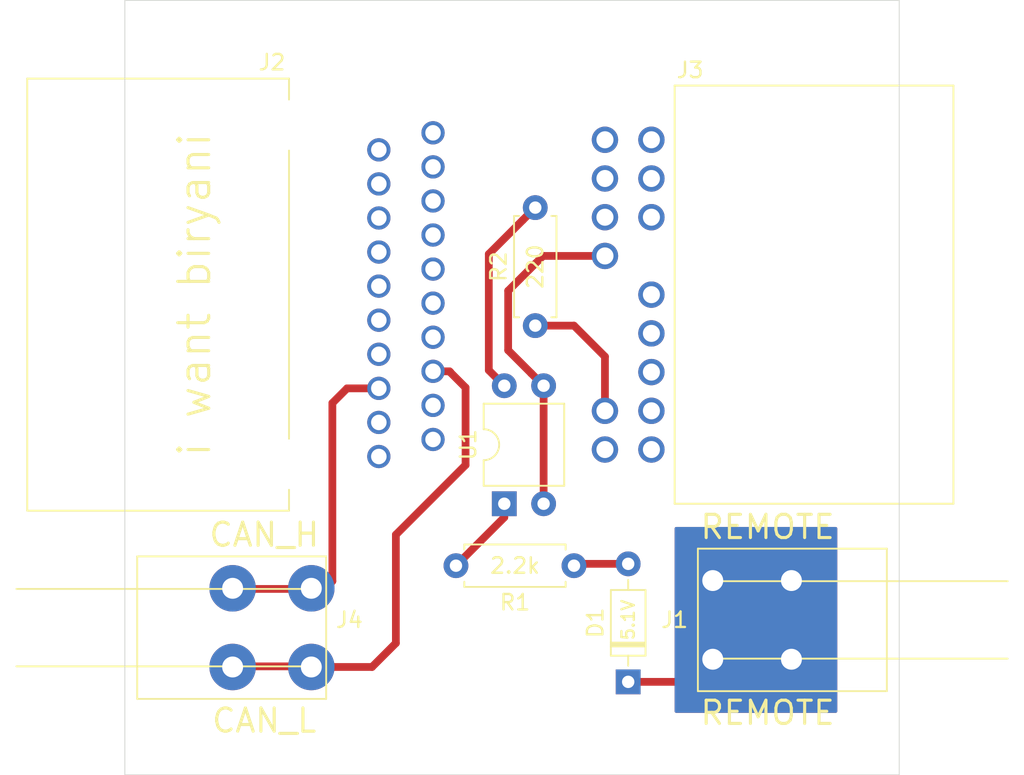
<source format=kicad_pcb>
(kicad_pcb (version 20171130) (host pcbnew 5.1.2)

  (general
    (thickness 1.6)
    (drawings 9)
    (tracks 36)
    (zones 0)
    (modules 10)
    (nets 39)
  )

  (page A4)
  (layers
    (0 F.Cu signal)
    (31 B.Cu signal)
    (32 B.Adhes user)
    (33 F.Adhes user)
    (34 B.Paste user)
    (35 F.Paste user)
    (36 B.SilkS user)
    (37 F.SilkS user)
    (38 B.Mask user)
    (39 F.Mask user)
    (40 Dwgs.User user)
    (41 Cmts.User user)
    (42 Eco1.User user)
    (43 Eco2.User user)
    (44 Edge.Cuts user)
    (45 Margin user)
    (46 B.CrtYd user hide)
    (47 F.CrtYd user hide)
    (48 B.Fab user hide)
    (49 F.Fab user hide)
  )

  (setup
    (last_trace_width 0.5)
    (trace_clearance 0.5)
    (zone_clearance 1)
    (zone_45_only no)
    (trace_min 0.5)
    (via_size 0.8)
    (via_drill 0.4)
    (via_min_size 0.4)
    (via_min_drill 0.3)
    (uvia_size 0.3)
    (uvia_drill 0.1)
    (uvias_allowed no)
    (uvia_min_size 0.2)
    (uvia_min_drill 0.1)
    (edge_width 0.05)
    (segment_width 0.2)
    (pcb_text_width 0.3)
    (pcb_text_size 1.5 1.5)
    (mod_edge_width 0.12)
    (mod_text_size 1 1)
    (mod_text_width 0.15)
    (pad_size 3.2 3.2)
    (pad_drill 3.2)
    (pad_to_mask_clearance 0)
    (solder_mask_min_width 0.25)
    (aux_axis_origin 0 0)
    (visible_elements FFFFFF7F)
    (pcbplotparams
      (layerselection 0x010f0_ffffffff)
      (usegerberextensions true)
      (usegerberattributes false)
      (usegerberadvancedattributes false)
      (creategerberjobfile false)
      (excludeedgelayer true)
      (linewidth 0.100000)
      (plotframeref false)
      (viasonmask false)
      (mode 1)
      (useauxorigin false)
      (hpglpennumber 1)
      (hpglpenspeed 20)
      (hpglpendiameter 15.000000)
      (psnegative false)
      (psa4output false)
      (plotreference true)
      (plotvalue true)
      (plotinvisibletext false)
      (padsonsilk false)
      (subtractmaskfromsilk false)
      (outputformat 1)
      (mirror false)
      (drillshape 0)
      (scaleselection 1)
      (outputdirectory "/tmp/haa-v1.0"))
  )

  (net 0 "")
  (net 1 "Net-(D1-Pad2)")
  (net 2 /REMOTE)
  (net 3 "Net-(J2-Pad11)")
  (net 4 /B_CAN_L)
  (net 5 "Net-(J2-Pad7)")
  (net 6 "Net-(J2-Pad9)")
  (net 7 "Net-(J2-Pad4)")
  (net 8 "Net-(J2-Pad2)")
  (net 9 "Net-(J2-Pad5)")
  (net 10 "Net-(J2-Pad8)")
  (net 11 "Net-(J2-Pad10)")
  (net 12 "Net-(J2-Pad6)")
  (net 13 "Net-(J2-Pad1)")
  (net 14 "Net-(J2-Pad20)")
  (net 15 "Net-(J2-Pad19)")
  (net 16 "Net-(J2-Pad18)")
  (net 17 "Net-(J2-Pad17)")
  (net 18 "Net-(J2-Pad16)")
  (net 19 "Net-(J2-Pad15)")
  (net 20 "Net-(J2-Pad14)")
  (net 21 /B_CAN_H)
  (net 22 "Net-(J2-Pad12)")
  (net 23 "Net-(J3-Pad14)")
  (net 24 "Net-(J3-Pad6)")
  (net 25 /GA_SYS_ON)
  (net 26 "Net-(J3-Pad13)")
  (net 27 "Net-(J3-Pad12)")
  (net 28 "Net-(J3-Pad11)")
  (net 29 GND)
  (net 30 "Net-(J3-Pad3)")
  (net 31 "Net-(J3-Pad2)")
  (net 32 "Net-(J3-Pad1)")
  (net 33 "Net-(J3-Pad7)")
  (net 34 "Net-(J3-Pad8)")
  (net 35 "Net-(J3-Pad9)")
  (net 36 "Net-(J3-Pad10)")
  (net 37 "Net-(R1-Pad2)")
  (net 38 "Net-(R2-Pad2)")

  (net_class Default "This is the default net class."
    (clearance 0.5)
    (trace_width 0.5)
    (via_dia 0.8)
    (via_drill 0.4)
    (uvia_dia 0.3)
    (uvia_drill 0.1)
    (add_net /B_CAN_H)
    (add_net /B_CAN_L)
    (add_net /GA_SYS_ON)
    (add_net /REMOTE)
    (add_net GND)
    (add_net "Net-(D1-Pad2)")
    (add_net "Net-(J2-Pad1)")
    (add_net "Net-(J2-Pad10)")
    (add_net "Net-(J2-Pad11)")
    (add_net "Net-(J2-Pad12)")
    (add_net "Net-(J2-Pad14)")
    (add_net "Net-(J2-Pad15)")
    (add_net "Net-(J2-Pad16)")
    (add_net "Net-(J2-Pad17)")
    (add_net "Net-(J2-Pad18)")
    (add_net "Net-(J2-Pad19)")
    (add_net "Net-(J2-Pad2)")
    (add_net "Net-(J2-Pad20)")
    (add_net "Net-(J2-Pad4)")
    (add_net "Net-(J2-Pad5)")
    (add_net "Net-(J2-Pad6)")
    (add_net "Net-(J2-Pad7)")
    (add_net "Net-(J2-Pad8)")
    (add_net "Net-(J2-Pad9)")
    (add_net "Net-(J3-Pad1)")
    (add_net "Net-(J3-Pad10)")
    (add_net "Net-(J3-Pad11)")
    (add_net "Net-(J3-Pad12)")
    (add_net "Net-(J3-Pad13)")
    (add_net "Net-(J3-Pad14)")
    (add_net "Net-(J3-Pad2)")
    (add_net "Net-(J3-Pad3)")
    (add_net "Net-(J3-Pad6)")
    (add_net "Net-(J3-Pad7)")
    (add_net "Net-(J3-Pad8)")
    (add_net "Net-(J3-Pad9)")
    (add_net "Net-(R1-Pad2)")
    (add_net "Net-(R2-Pad2)")
  )

  (module MountingHole:MountingHole_3.2mm_M3 (layer F.Cu) (tedit 56D1B4CB) (tstamp 5D190264)
    (at 125 145)
    (descr "Mounting Hole 3.2mm, no annular, M3")
    (tags "mounting hole 3.2mm no annular m3")
    (path /5D1A1706)
    (attr virtual)
    (fp_text reference H2 (at 0 -4.2) (layer F.SilkS) hide
      (effects (font (size 1 1) (thickness 0.15)))
    )
    (fp_text value MountingHole (at 0 4.2) (layer F.Fab) hide
      (effects (font (size 1 1) (thickness 0.15)))
    )
    (fp_circle (center 0 0) (end 3.45 0) (layer F.CrtYd) (width 0.05))
    (fp_circle (center 0 0) (end 3.2 0) (layer Cmts.User) (width 0.15))
    (fp_text user %R (at 0.3 0) (layer F.Fab)
      (effects (font (size 1 1) (thickness 0.15)))
    )
    (pad 1 np_thru_hole circle (at 0 0) (size 3.2 3.2) (drill 3.2) (layers *.Cu *.Mask))
  )

  (module MountingHole:MountingHole_3.2mm_M3 (layer F.Cu) (tedit 56D1B4CB) (tstamp 5D19025C)
    (at 125 105)
    (descr "Mounting Hole 3.2mm, no annular, M3")
    (tags "mounting hole 3.2mm no annular m3")
    (path /5D1A0498)
    (attr virtual)
    (fp_text reference H1 (at 0 -4.2) (layer F.SilkS) hide
      (effects (font (size 1 1) (thickness 0.15)))
    )
    (fp_text value MountingHole (at 0 4.2) (layer F.Fab) hide
      (effects (font (size 1 1) (thickness 0.15)))
    )
    (fp_circle (center 0 0) (end 3.45 0) (layer F.CrtYd) (width 0.05))
    (fp_circle (center 0 0) (end 3.2 0) (layer Cmts.User) (width 0.15))
    (fp_text user %R (at 0.3 0) (layer F.Fab)
      (effects (font (size 1 1) (thickness 0.15)))
    )
    (pad 1 np_thru_hole circle (at 0 0) (size 3.2 3.2) (drill 3.2) (layers *.Cu *.Mask))
  )

  (module Package_DIP:DIP-4_W7.62mm (layer F.Cu) (tedit 5A02E8C5) (tstamp 5D18F772)
    (at 124.5 132.5 90)
    (descr "4-lead though-hole mounted DIP package, row spacing 7.62 mm (300 mils)")
    (tags "THT DIP DIL PDIP 2.54mm 7.62mm 300mil")
    (path /5D197F73)
    (fp_text reference U1 (at 3.81 -2.33 90) (layer F.SilkS)
      (effects (font (size 1 1) (thickness 0.15)))
    )
    (fp_text value LTV-817 (at 3.81 4.87 90) (layer F.Fab) hide
      (effects (font (size 1 1) (thickness 0.15)))
    )
    (fp_text user %R (at 3.81 1.27 90) (layer F.Fab)
      (effects (font (size 1 1) (thickness 0.15)))
    )
    (fp_line (start 8.7 -1.55) (end -1.1 -1.55) (layer F.CrtYd) (width 0.05))
    (fp_line (start 8.7 4.1) (end 8.7 -1.55) (layer F.CrtYd) (width 0.05))
    (fp_line (start -1.1 4.1) (end 8.7 4.1) (layer F.CrtYd) (width 0.05))
    (fp_line (start -1.1 -1.55) (end -1.1 4.1) (layer F.CrtYd) (width 0.05))
    (fp_line (start 6.46 -1.33) (end 4.81 -1.33) (layer F.SilkS) (width 0.12))
    (fp_line (start 6.46 3.87) (end 6.46 -1.33) (layer F.SilkS) (width 0.12))
    (fp_line (start 1.16 3.87) (end 6.46 3.87) (layer F.SilkS) (width 0.12))
    (fp_line (start 1.16 -1.33) (end 1.16 3.87) (layer F.SilkS) (width 0.12))
    (fp_line (start 2.81 -1.33) (end 1.16 -1.33) (layer F.SilkS) (width 0.12))
    (fp_line (start 0.635 -0.27) (end 1.635 -1.27) (layer F.Fab) (width 0.1))
    (fp_line (start 0.635 3.81) (end 0.635 -0.27) (layer F.Fab) (width 0.1))
    (fp_line (start 6.985 3.81) (end 0.635 3.81) (layer F.Fab) (width 0.1))
    (fp_line (start 6.985 -1.27) (end 6.985 3.81) (layer F.Fab) (width 0.1))
    (fp_line (start 1.635 -1.27) (end 6.985 -1.27) (layer F.Fab) (width 0.1))
    (fp_arc (start 3.81 -1.33) (end 2.81 -1.33) (angle -180) (layer F.SilkS) (width 0.12))
    (pad 4 thru_hole oval (at 7.62 0 90) (size 1.6 1.6) (drill 0.8) (layers *.Cu *.Mask)
      (net 38 "Net-(R2-Pad2)"))
    (pad 2 thru_hole oval (at 0 2.54 90) (size 1.6 1.6) (drill 0.8) (layers *.Cu *.Mask)
      (net 29 GND))
    (pad 3 thru_hole oval (at 7.62 2.54 90) (size 1.6 1.6) (drill 0.8) (layers *.Cu *.Mask)
      (net 29 GND))
    (pad 1 thru_hole rect (at 0 0 90) (size 1.6 1.6) (drill 0.8) (layers *.Cu *.Mask)
      (net 37 "Net-(R1-Pad2)"))
    (model ${KISYS3DMOD}/Package_DIP.3dshapes/DIP-4_W7.62mm.wrl
      (at (xyz 0 0 0))
      (scale (xyz 1 1 1))
      (rotate (xyz 0 0 0))
    )
  )

  (module Resistor_THT:R_Axial_DIN0207_L6.3mm_D2.5mm_P7.62mm_Horizontal (layer F.Cu) (tedit 5AE5139B) (tstamp 5D1907E7)
    (at 126.5 121 90)
    (descr "Resistor, Axial_DIN0207 series, Axial, Horizontal, pin pitch=7.62mm, 0.25W = 1/4W, length*diameter=6.3*2.5mm^2, http://cdn-reichelt.de/documents/datenblatt/B400/1_4W%23YAG.pdf")
    (tags "Resistor Axial_DIN0207 series Axial Horizontal pin pitch 7.62mm 0.25W = 1/4W length 6.3mm diameter 2.5mm")
    (path /5D197511)
    (fp_text reference R2 (at 3.81 -2.37 90) (layer F.SilkS)
      (effects (font (size 1 1) (thickness 0.15)))
    )
    (fp_text value 220 (at 3.81 0 90) (layer F.SilkS)
      (effects (font (size 1 1) (thickness 0.15)))
    )
    (fp_text user %R (at 3.81 0 90) (layer F.Fab)
      (effects (font (size 1 1) (thickness 0.15)))
    )
    (fp_line (start 8.67 -1.5) (end -1.05 -1.5) (layer F.CrtYd) (width 0.05))
    (fp_line (start 8.67 1.5) (end 8.67 -1.5) (layer F.CrtYd) (width 0.05))
    (fp_line (start -1.05 1.5) (end 8.67 1.5) (layer F.CrtYd) (width 0.05))
    (fp_line (start -1.05 -1.5) (end -1.05 1.5) (layer F.CrtYd) (width 0.05))
    (fp_line (start 7.08 1.37) (end 7.08 1.04) (layer F.SilkS) (width 0.12))
    (fp_line (start 0.54 1.37) (end 7.08 1.37) (layer F.SilkS) (width 0.12))
    (fp_line (start 0.54 1.04) (end 0.54 1.37) (layer F.SilkS) (width 0.12))
    (fp_line (start 7.08 -1.37) (end 7.08 -1.04) (layer F.SilkS) (width 0.12))
    (fp_line (start 0.54 -1.37) (end 7.08 -1.37) (layer F.SilkS) (width 0.12))
    (fp_line (start 0.54 -1.04) (end 0.54 -1.37) (layer F.SilkS) (width 0.12))
    (fp_line (start 7.62 0) (end 6.96 0) (layer F.Fab) (width 0.1))
    (fp_line (start 0 0) (end 0.66 0) (layer F.Fab) (width 0.1))
    (fp_line (start 6.96 -1.25) (end 0.66 -1.25) (layer F.Fab) (width 0.1))
    (fp_line (start 6.96 1.25) (end 6.96 -1.25) (layer F.Fab) (width 0.1))
    (fp_line (start 0.66 1.25) (end 6.96 1.25) (layer F.Fab) (width 0.1))
    (fp_line (start 0.66 -1.25) (end 0.66 1.25) (layer F.Fab) (width 0.1))
    (pad 2 thru_hole oval (at 7.62 0 90) (size 1.6 1.6) (drill 0.8) (layers *.Cu *.Mask)
      (net 38 "Net-(R2-Pad2)"))
    (pad 1 thru_hole circle (at 0 0 90) (size 1.6 1.6) (drill 0.8) (layers *.Cu *.Mask)
      (net 25 /GA_SYS_ON))
    (model ${KISYS3DMOD}/Resistor_THT.3dshapes/R_Axial_DIN0207_L6.3mm_D2.5mm_P7.62mm_Horizontal.wrl
      (at (xyz 0 0 0))
      (scale (xyz 1 1 1))
      (rotate (xyz 0 0 0))
    )
  )

  (module Resistor_THT:R_Axial_DIN0207_L6.3mm_D2.5mm_P7.62mm_Horizontal (layer F.Cu) (tedit 5AE5139B) (tstamp 5D18E38A)
    (at 129 136.5 180)
    (descr "Resistor, Axial_DIN0207 series, Axial, Horizontal, pin pitch=7.62mm, 0.25W = 1/4W, length*diameter=6.3*2.5mm^2, http://cdn-reichelt.de/documents/datenblatt/B400/1_4W%23YAG.pdf")
    (tags "Resistor Axial_DIN0207 series Axial Horizontal pin pitch 7.62mm 0.25W = 1/4W length 6.3mm diameter 2.5mm")
    (path /5D19D3F1)
    (fp_text reference R1 (at 3.81 -2.37) (layer F.SilkS)
      (effects (font (size 1 1) (thickness 0.15)))
    )
    (fp_text value 2.2k (at 3.81 0) (layer F.SilkS)
      (effects (font (size 1 1) (thickness 0.15)))
    )
    (fp_text user %R (at 3.81 0) (layer F.Fab)
      (effects (font (size 1 1) (thickness 0.15)))
    )
    (fp_line (start 8.67 -1.5) (end -1.05 -1.5) (layer F.CrtYd) (width 0.05))
    (fp_line (start 8.67 1.5) (end 8.67 -1.5) (layer F.CrtYd) (width 0.05))
    (fp_line (start -1.05 1.5) (end 8.67 1.5) (layer F.CrtYd) (width 0.05))
    (fp_line (start -1.05 -1.5) (end -1.05 1.5) (layer F.CrtYd) (width 0.05))
    (fp_line (start 7.08 1.37) (end 7.08 1.04) (layer F.SilkS) (width 0.12))
    (fp_line (start 0.54 1.37) (end 7.08 1.37) (layer F.SilkS) (width 0.12))
    (fp_line (start 0.54 1.04) (end 0.54 1.37) (layer F.SilkS) (width 0.12))
    (fp_line (start 7.08 -1.37) (end 7.08 -1.04) (layer F.SilkS) (width 0.12))
    (fp_line (start 0.54 -1.37) (end 7.08 -1.37) (layer F.SilkS) (width 0.12))
    (fp_line (start 0.54 -1.04) (end 0.54 -1.37) (layer F.SilkS) (width 0.12))
    (fp_line (start 7.62 0) (end 6.96 0) (layer F.Fab) (width 0.1))
    (fp_line (start 0 0) (end 0.66 0) (layer F.Fab) (width 0.1))
    (fp_line (start 6.96 -1.25) (end 0.66 -1.25) (layer F.Fab) (width 0.1))
    (fp_line (start 6.96 1.25) (end 6.96 -1.25) (layer F.Fab) (width 0.1))
    (fp_line (start 0.66 1.25) (end 6.96 1.25) (layer F.Fab) (width 0.1))
    (fp_line (start 0.66 -1.25) (end 0.66 1.25) (layer F.Fab) (width 0.1))
    (pad 2 thru_hole oval (at 7.62 0 180) (size 1.6 1.6) (drill 0.8) (layers *.Cu *.Mask)
      (net 37 "Net-(R1-Pad2)"))
    (pad 1 thru_hole circle (at 0 0 180) (size 1.6 1.6) (drill 0.8) (layers *.Cu *.Mask)
      (net 1 "Net-(D1-Pad2)"))
    (model ${KISYS3DMOD}/Resistor_THT.3dshapes/R_Axial_DIN0207_L6.3mm_D2.5mm_P7.62mm_Horizontal.wrl
      (at (xyz 0 0 0))
      (scale (xyz 1 1 1))
      (rotate (xyz 0 0 0))
    )
  )

  (module honda-stereo-adapter:Keystone_7822_Blade_W6.35mm (layer F.Cu) (tedit 5D1878B0) (tstamp 5D18F391)
    (at 109.5 140.5 180)
    (path /5D18E57E)
    (fp_text reference J4 (at -5 0.5) (layer F.SilkS)
      (effects (font (size 1 1) (thickness 0.15)))
    )
    (fp_text value Conn_01x02 (at 8.5 -6) (layer F.Fab) hide
      (effects (font (size 1 1) (thickness 0.15)))
    )
    (fp_text user %R (at 2.5 0) (layer F.Fab)
      (effects (font (size 1 1) (thickness 0.15)))
    )
    (fp_line (start 9 -5) (end -4 -5) (layer F.Fab) (width 0.12))
    (fp_line (start 9 5) (end 9 -5) (layer F.Fab) (width 0.12))
    (fp_line (start -4 5) (end 9 5) (layer F.Fab) (width 0.12))
    (fp_line (start -4 -5) (end -4 5) (layer F.Fab) (width 0.12))
    (fp_line (start -4.5 5.5) (end -4.5 -5.5) (layer F.CrtYd) (width 0.12))
    (fp_line (start 17.5 5.5) (end -4.5 5.5) (layer F.CrtYd) (width 0.12))
    (fp_line (start 17.5 -5.5) (end 17.5 5.5) (layer F.CrtYd) (width 0.12))
    (fp_line (start -4.5 -5.5) (end 17.5 -5.5) (layer F.CrtYd) (width 0.12))
    (fp_line (start -2.5 2.5) (end 16.5 2.5) (layer F.SilkS) (width 0.12))
    (fp_line (start -2.5 -2.5) (end 16.5 -2.5) (layer F.SilkS) (width 0.12))
    (fp_line (start 8.7 -4.6) (end 8.7 4.6) (layer F.SilkS) (width 0.12))
    (fp_line (start -3.5 4.6) (end 8.7 4.6) (layer F.SilkS) (width 0.12))
    (fp_line (start -3.5 -4.6) (end 8.7 -4.6) (layer F.SilkS) (width 0.12))
    (fp_line (start -3.5 -4.6) (end -3.5 4.6) (layer F.SilkS) (width 0.12))
    (pad 1 thru_hole circle (at 2.54 -2.54 180) (size 3 3) (drill 1.35) (layers *.Cu *.Mask)
      (net 4 /B_CAN_L))
    (pad 1 thru_hole circle (at -2.54 -2.54 180) (size 3 3) (drill 1.35) (layers *.Cu *.Mask)
      (net 4 /B_CAN_L))
    (pad 2 thru_hole circle (at -2.54 2.54 180) (size 3 3) (drill 1.35) (layers *.Cu *.Mask)
      (net 21 /B_CAN_H))
    (pad 2 thru_hole circle (at 2.54 2.54 180) (size 3 3) (drill 1.35) (layers *.Cu *.Mask)
      (net 21 /B_CAN_H))
  )

  (module honda-stereo-adapter:TE_917534_Honda (layer F.Cu) (tedit 5D18700D) (tstamp 5D18E35C)
    (at 134 119)
    (path /5D1AD6C8)
    (fp_text reference J3 (at 2.5 -14.5) (layer F.SilkS)
      (effects (font (size 1 1) (thickness 0.15)))
    )
    (fp_text value Conn_01x14 (at 9 1) (layer F.Fab) hide
      (effects (font (size 1 1) (thickness 0.15)))
    )
    (fp_line (start 1.5 13.5) (end 19.5 13.5) (layer F.SilkS) (width 0.12))
    (fp_line (start 20 14) (end 20 -14) (layer F.Fab) (width 0.12))
    (fp_line (start -3.5 14) (end 20 14) (layer F.Fab) (width 0.12))
    (fp_line (start -3.5 -14) (end -3.5 14) (layer F.Fab) (width 0.12))
    (fp_line (start 20 -14) (end -3.5 -14) (layer F.Fab) (width 0.12))
    (fp_line (start 16 -14) (end 16 14) (layer F.Fab) (width 0.12))
    (fp_text user %R (at 9 -1) (layer F.Fab)
      (effects (font (size 1 1) (thickness 0.15)))
    )
    (fp_line (start 1.5 -13.5) (end 1.5 13.5) (layer F.SilkS) (width 0.12))
    (fp_line (start 19.5 13.5) (end 19.5 -13.5) (layer F.SilkS) (width 0.12))
    (fp_line (start 1.5 -13.5) (end 19.5 -13.5) (layer F.SilkS) (width 0.12))
    (fp_line (start 20.5 14.5) (end 20.5 -14.5) (layer F.CrtYd) (width 0.12))
    (fp_line (start -4 -14.5) (end -4 14.5) (layer F.CrtYd) (width 0.12))
    (fp_line (start -4 14.5) (end 20.5 14.5) (layer F.CrtYd) (width 0.12))
    (fp_line (start -4 -14.5) (end 20.5 -14.5) (layer F.CrtYd) (width 0.12))
    (pad "" np_thru_hole circle (at 10.35 8.75) (size 2.2 2.2) (drill 2.2) (layers *.Cu *.Mask))
    (pad "" np_thru_hole circle (at 10.35 -8.75) (size 2.2 2.2) (drill 2.2) (layers *.Cu *.Mask))
    (pad 14 thru_hole circle (at 0 10) (size 1.7 1.7) (drill 1.1) (layers *.Cu *.Mask)
      (net 23 "Net-(J3-Pad14)"))
    (pad 6 thru_hole circle (at -3 10) (size 1.7 1.7) (drill 1.1) (layers *.Cu *.Mask)
      (net 24 "Net-(J3-Pad6)"))
    (pad 5 thru_hole circle (at -3 7.5) (size 1.7 1.7) (drill 1.1) (layers *.Cu *.Mask)
      (net 25 /GA_SYS_ON))
    (pad 13 thru_hole circle (at 0 7.5) (size 1.7 1.7) (drill 1.1) (layers *.Cu *.Mask)
      (net 26 "Net-(J3-Pad13)"))
    (pad 12 thru_hole circle (at 0 5) (size 1.7 1.7) (drill 1.1) (layers *.Cu *.Mask)
      (net 27 "Net-(J3-Pad12)"))
    (pad 11 thru_hole circle (at 0 2.5) (size 1.7 1.7) (drill 1.1) (layers *.Cu *.Mask)
      (net 28 "Net-(J3-Pad11)"))
    (pad 4 thru_hole circle (at -3 -2.5) (size 1.7 1.7) (drill 1.1) (layers *.Cu *.Mask)
      (net 29 GND))
    (pad 3 thru_hole circle (at -3 -5) (size 1.7 1.7) (drill 1.1) (layers *.Cu *.Mask)
      (net 30 "Net-(J3-Pad3)"))
    (pad 2 thru_hole circle (at -3 -7.5) (size 1.7 1.7) (drill 1.1) (layers *.Cu *.Mask)
      (net 31 "Net-(J3-Pad2)"))
    (pad 1 thru_hole circle (at -3 -10) (size 1.7 1.7) (drill 1.1) (layers *.Cu *.Mask)
      (net 32 "Net-(J3-Pad1)"))
    (pad 7 thru_hole circle (at 0 -10) (size 1.7 1.7) (drill 1.1) (layers *.Cu *.Mask)
      (net 33 "Net-(J3-Pad7)"))
    (pad 8 thru_hole circle (at 0 -7.5) (size 1.7 1.7) (drill 1.1) (layers *.Cu *.Mask)
      (net 34 "Net-(J3-Pad8)"))
    (pad 9 thru_hole circle (at 0 -5) (size 1.7 1.7) (drill 1.1) (layers *.Cu *.Mask)
      (net 35 "Net-(J3-Pad9)"))
    (pad 10 thru_hole circle (at 0 0) (size 1.7 1.7) (drill 1.1) (layers *.Cu *.Mask)
      (net 36 "Net-(J3-Pad10)"))
  )

  (module honda-stereo-adapter:JAE_MF34020NF1_Honda (layer F.Cu) (tedit 5D1873CA) (tstamp 5D18F0FB)
    (at 116.4 119 180)
    (path /5D1B0204)
    (fp_text reference J2 (at 6.9 15) (layer F.SilkS)
      (effects (font (size 1 1) (thickness 0.15)))
    )
    (fp_text value Conn_02x10_Top_Bottom (at 6 1.5) (layer F.Fab) hide
      (effects (font (size 1 1) (thickness 0.15)))
    )
    (fp_text user %R (at 6 -1.5) (layer F.Fab)
      (effects (font (size 1 1) (thickness 0.15)))
    )
    (fp_line (start 16.5 -14.5) (end 16.5 14.5) (layer F.Fab) (width 0.12))
    (fp_line (start -4 -14.5) (end 23.5 -14.5) (layer F.Fab) (width 0.12))
    (fp_line (start -4 14.5) (end -4 -14.5) (layer F.Fab) (width 0.12))
    (fp_line (start 23.5 14.5) (end -4 14.5) (layer F.Fab) (width 0.12))
    (fp_line (start 23.5 -14.5) (end 23.5 14.5) (layer F.Fab) (width 0.12))
    (fp_line (start -4.5 15) (end -4.5 -15) (layer F.CrtYd) (width 0.12))
    (fp_line (start 24 -15) (end 24 15) (layer F.CrtYd) (width 0.12))
    (fp_line (start -4.5 15) (end 24 15) (layer F.CrtYd) (width 0.12))
    (fp_line (start -4.5 -15) (end 24 -15) (layer F.CrtYd) (width 0.12))
    (fp_line (start 22.7 13.95) (end 22.7 -13.95) (layer F.SilkS) (width 0.12))
    (fp_line (start 5.8 -13.95) (end 5.8 13.95) (layer F.SilkS) (width 0.12))
    (fp_line (start 5.8 13.95) (end 22.7 13.95) (layer F.SilkS) (width 0.12))
    (fp_line (start 5.8 -13.95) (end 22.7 -13.95) (layer F.SilkS) (width 0.12))
    (pad 11 thru_hole circle (at 0 -10.45 180) (size 1.5 1.5) (drill 1) (layers *.Cu *.Mask)
      (net 3 "Net-(J2-Pad11)"))
    (pad "" np_thru_hole circle (at 5.8 10.95 180) (size 3.2 3.2) (drill 3.2) (layers *.Cu *.Mask))
    (pad 3 thru_hole circle (at -3.5 -4.95 180) (size 1.5 1.5) (drill 1) (layers *.Cu *.Mask)
      (net 4 /B_CAN_L))
    (pad 7 thru_hole circle (at -3.5 3.85 180) (size 1.5 1.5) (drill 1) (layers *.Cu *.Mask)
      (net 5 "Net-(J2-Pad7)"))
    (pad 9 thru_hole circle (at -3.5 8.25 180) (size 1.5 1.5) (drill 1) (layers *.Cu *.Mask)
      (net 6 "Net-(J2-Pad9)"))
    (pad 4 thru_hole circle (at -3.5 -2.75 180) (size 1.5 1.5) (drill 1) (layers *.Cu *.Mask)
      (net 7 "Net-(J2-Pad4)"))
    (pad 2 thru_hole circle (at -3.5 -7.15 180) (size 1.5 1.5) (drill 1) (layers *.Cu *.Mask)
      (net 8 "Net-(J2-Pad2)"))
    (pad 5 thru_hole circle (at -3.5 -0.55 180) (size 1.5 1.5) (drill 1) (layers *.Cu *.Mask)
      (net 9 "Net-(J2-Pad5)"))
    (pad 8 thru_hole circle (at -3.5 6.05 180) (size 1.5 1.5) (drill 1) (layers *.Cu *.Mask)
      (net 10 "Net-(J2-Pad8)"))
    (pad 10 thru_hole circle (at -3.5 10.45 180) (size 1.5 1.5) (drill 1) (layers *.Cu *.Mask)
      (net 11 "Net-(J2-Pad10)"))
    (pad 6 thru_hole circle (at -3.5 1.65 180) (size 1.5 1.5) (drill 1) (layers *.Cu *.Mask)
      (net 12 "Net-(J2-Pad6)"))
    (pad 1 thru_hole circle (at -3.5 -9.35 180) (size 1.5 1.5) (drill 1) (layers *.Cu *.Mask)
      (net 13 "Net-(J2-Pad1)"))
    (pad 20 thru_hole circle (at 0 9.35 180) (size 1.5 1.5) (drill 1) (layers *.Cu *.Mask)
      (net 14 "Net-(J2-Pad20)"))
    (pad 19 thru_hole circle (at 0 7.15 180) (size 1.5 1.5) (drill 1) (layers *.Cu *.Mask)
      (net 15 "Net-(J2-Pad19)"))
    (pad 18 thru_hole circle (at 0 4.95 180) (size 1.5 1.5) (drill 1) (layers *.Cu *.Mask)
      (net 16 "Net-(J2-Pad18)"))
    (pad 17 thru_hole circle (at 0 2.75 180) (size 1.5 1.5) (drill 1) (layers *.Cu *.Mask)
      (net 17 "Net-(J2-Pad17)"))
    (pad 16 thru_hole circle (at 0 0.55 180) (size 1.5 1.5) (drill 1) (layers *.Cu *.Mask)
      (net 18 "Net-(J2-Pad16)"))
    (pad 15 thru_hole circle (at 0 -1.65 180) (size 1.5 1.5) (drill 1) (layers *.Cu *.Mask)
      (net 19 "Net-(J2-Pad15)"))
    (pad 14 thru_hole circle (at 0 -3.85 180) (size 1.5 1.5) (drill 1) (layers *.Cu *.Mask)
      (net 20 "Net-(J2-Pad14)"))
    (pad 13 thru_hole circle (at 0 -6.05 180) (size 1.5 1.5) (drill 1) (layers *.Cu *.Mask)
      (net 21 /B_CAN_H))
    (pad 12 thru_hole circle (at 0 -8.25 180) (size 1.5 1.5) (drill 1) (layers *.Cu *.Mask)
      (net 22 "Net-(J2-Pad12)"))
    (pad "" np_thru_hole circle (at 5.8 -10.95 180) (size 3.2 3.2) (drill 3.2) (layers *.Cu *.Mask))
  )

  (module honda-stereo-adapter:Keystone_7822_Blade_W6.35mm (layer F.Cu) (tedit 5D1878B0) (tstamp 5D18FC94)
    (at 140.5 140)
    (path /5D191EFF)
    (fp_text reference J1 (at -5 0) (layer F.SilkS)
      (effects (font (size 1 1) (thickness 0.15)))
    )
    (fp_text value Conn_01x02 (at 8.5 -6) (layer F.Fab) hide
      (effects (font (size 1 1) (thickness 0.15)))
    )
    (fp_text user %R (at 2.5 0) (layer F.Fab)
      (effects (font (size 1 1) (thickness 0.15)))
    )
    (fp_line (start 9 -5) (end -4 -5) (layer F.Fab) (width 0.12))
    (fp_line (start 9 5) (end 9 -5) (layer F.Fab) (width 0.12))
    (fp_line (start -4 5) (end 9 5) (layer F.Fab) (width 0.12))
    (fp_line (start -4 -5) (end -4 5) (layer F.Fab) (width 0.12))
    (fp_line (start -4.5 5.5) (end -4.5 -5.5) (layer F.CrtYd) (width 0.12))
    (fp_line (start 17.5 5.5) (end -4.5 5.5) (layer F.CrtYd) (width 0.12))
    (fp_line (start 17.5 -5.5) (end 17.5 5.5) (layer F.CrtYd) (width 0.12))
    (fp_line (start -4.5 -5.5) (end 17.5 -5.5) (layer F.CrtYd) (width 0.12))
    (fp_line (start -2.5 2.5) (end 16.5 2.5) (layer F.SilkS) (width 0.12))
    (fp_line (start -2.5 -2.5) (end 16.5 -2.5) (layer F.SilkS) (width 0.12))
    (fp_line (start 8.7 -4.6) (end 8.7 4.6) (layer F.SilkS) (width 0.12))
    (fp_line (start -3.5 4.6) (end 8.7 4.6) (layer F.SilkS) (width 0.12))
    (fp_line (start -3.5 -4.6) (end 8.7 -4.6) (layer F.SilkS) (width 0.12))
    (fp_line (start -3.5 -4.6) (end -3.5 4.6) (layer F.SilkS) (width 0.12))
    (pad 1 thru_hole circle (at 2.54 -2.54) (size 3 3) (drill 1.35) (layers *.Cu *.Mask)
      (net 2 /REMOTE))
    (pad 1 thru_hole circle (at -2.54 -2.54) (size 3 3) (drill 1.35) (layers *.Cu *.Mask)
      (net 2 /REMOTE))
    (pad 2 thru_hole circle (at -2.54 2.54) (size 3 3) (drill 1.35) (layers *.Cu *.Mask)
      (net 2 /REMOTE))
    (pad 2 thru_hole circle (at 2.54 2.54) (size 3 3) (drill 1.35) (layers *.Cu *.Mask)
      (net 2 /REMOTE))
  )

  (module Diode_THT:D_DO-35_SOD27_P7.62mm_Horizontal (layer F.Cu) (tedit 5AE50CD5) (tstamp 5D18FE5A)
    (at 132.5 144 90)
    (descr "Diode, DO-35_SOD27 series, Axial, Horizontal, pin pitch=7.62mm, , length*diameter=4*2mm^2, , http://www.diodes.com/_files/packages/DO-35.pdf")
    (tags "Diode DO-35_SOD27 series Axial Horizontal pin pitch 7.62mm  length 4mm diameter 2mm")
    (path /5D1A2808)
    (fp_text reference D1 (at 3.81 -2.12 90) (layer F.SilkS)
      (effects (font (size 1 1) (thickness 0.15)))
    )
    (fp_text value 5.1V (at 4 0 90) (layer F.SilkS)
      (effects (font (size 0.8 0.8) (thickness 0.15)))
    )
    (fp_text user K (at 0 -1.8 90) (layer F.SilkS) hide
      (effects (font (size 1 1) (thickness 0.15)))
    )
    (fp_text user K (at 0 -1.8 90) (layer F.Fab) hide
      (effects (font (size 1 1) (thickness 0.15)))
    )
    (fp_text user %R (at 4.11 0 90) (layer F.Fab)
      (effects (font (size 0.8 0.8) (thickness 0.12)))
    )
    (fp_line (start 8.67 -1.25) (end -1.05 -1.25) (layer F.CrtYd) (width 0.05))
    (fp_line (start 8.67 1.25) (end 8.67 -1.25) (layer F.CrtYd) (width 0.05))
    (fp_line (start -1.05 1.25) (end 8.67 1.25) (layer F.CrtYd) (width 0.05))
    (fp_line (start -1.05 -1.25) (end -1.05 1.25) (layer F.CrtYd) (width 0.05))
    (fp_line (start 2.29 -1.12) (end 2.29 1.12) (layer F.SilkS) (width 0.12))
    (fp_line (start 2.53 -1.12) (end 2.53 1.12) (layer F.SilkS) (width 0.12))
    (fp_line (start 2.41 -1.12) (end 2.41 1.12) (layer F.SilkS) (width 0.12))
    (fp_line (start 6.58 0) (end 5.93 0) (layer F.SilkS) (width 0.12))
    (fp_line (start 1.04 0) (end 1.69 0) (layer F.SilkS) (width 0.12))
    (fp_line (start 5.93 -1.12) (end 1.69 -1.12) (layer F.SilkS) (width 0.12))
    (fp_line (start 5.93 1.12) (end 5.93 -1.12) (layer F.SilkS) (width 0.12))
    (fp_line (start 1.69 1.12) (end 5.93 1.12) (layer F.SilkS) (width 0.12))
    (fp_line (start 1.69 -1.12) (end 1.69 1.12) (layer F.SilkS) (width 0.12))
    (fp_line (start 2.31 -1) (end 2.31 1) (layer F.Fab) (width 0.1))
    (fp_line (start 2.51 -1) (end 2.51 1) (layer F.Fab) (width 0.1))
    (fp_line (start 2.41 -1) (end 2.41 1) (layer F.Fab) (width 0.1))
    (fp_line (start 7.62 0) (end 5.81 0) (layer F.Fab) (width 0.1))
    (fp_line (start 0 0) (end 1.81 0) (layer F.Fab) (width 0.1))
    (fp_line (start 5.81 -1) (end 1.81 -1) (layer F.Fab) (width 0.1))
    (fp_line (start 5.81 1) (end 5.81 -1) (layer F.Fab) (width 0.1))
    (fp_line (start 1.81 1) (end 5.81 1) (layer F.Fab) (width 0.1))
    (fp_line (start 1.81 -1) (end 1.81 1) (layer F.Fab) (width 0.1))
    (pad 2 thru_hole oval (at 7.62 0 90) (size 1.6 1.6) (drill 0.8) (layers *.Cu *.Mask)
      (net 1 "Net-(D1-Pad2)"))
    (pad 1 thru_hole rect (at 0 0 90) (size 1.6 1.6) (drill 0.8) (layers *.Cu *.Mask)
      (net 2 /REMOTE))
    (model ${KISYS3DMOD}/Diode_THT.3dshapes/D_DO-35_SOD27_P7.62mm_Horizontal.wrl
      (at (xyz 0 0 0))
      (scale (xyz 1 1 1))
      (rotate (xyz 0 0 0))
    )
  )

  (gr_text "i want biryani" (at 104.5 119 90) (layer F.SilkS)
    (effects (font (size 2 2) (thickness 0.2)))
  )
  (gr_text REMOTE (at 141.5 146) (layer F.SilkS) (tstamp 5D19096C)
    (effects (font (size 1.5 1.5) (thickness 0.2)))
  )
  (gr_text REMOTE (at 141.5 134) (layer F.SilkS) (tstamp 5D190946)
    (effects (font (size 1.5 1.5) (thickness 0.2)))
  )
  (gr_text CAN_L (at 109 146.5) (layer F.SilkS) (tstamp 5D19090F)
    (effects (font (size 1.5 1.5) (thickness 0.2)))
  )
  (gr_text CAN_H (at 109 134.5) (layer F.SilkS)
    (effects (font (size 1.5 1.5) (thickness 0.2)))
  )
  (gr_line (start 100 100) (end 100 150) (layer Edge.Cuts) (width 0.05))
  (gr_line (start 150 150) (end 100 150) (layer Edge.Cuts) (width 0.05))
  (gr_line (start 150 100) (end 150 150) (layer Edge.Cuts) (width 0.05) (tstamp 5D18FC7C))
  (gr_line (start 100 100) (end 150 100) (layer Edge.Cuts) (width 0.05))

  (segment (start 129.12 136.38) (end 129 136.5) (width 0.5) (layer F.Cu) (net 1))
  (segment (start 132.5 136.38) (end 129.12 136.38) (width 0.5) (layer F.Cu) (net 1))
  (segment (start 136.5 144) (end 137.96 142.54) (width 0.5) (layer F.Cu) (net 2))
  (segment (start 132.5 144) (end 136.5 144) (width 0.5) (layer F.Cu) (net 2))
  (segment (start 107.86 143.04) (end 107.9 143) (width 0.5) (layer F.Cu) (net 4))
  (segment (start 107.9 143) (end 112.9 143) (width 0.5) (layer F.Cu) (net 4))
  (segment (start 120.96066 123.95) (end 119.9 123.95) (width 0.5) (layer F.Cu) (net 4))
  (segment (start 121.01066 124) (end 120.96066 123.95) (width 0.5) (layer F.Cu) (net 4))
  (segment (start 121.01066 124.01066) (end 121.01066 124) (width 0.5) (layer F.Cu) (net 4))
  (segment (start 122 125) (end 121.01066 124.01066) (width 0.5) (layer F.Cu) (net 4))
  (segment (start 115.96 143.04) (end 117.5 141.5) (width 0.5) (layer F.Cu) (net 4))
  (segment (start 112.04 143.04) (end 115.96 143.04) (width 0.5) (layer F.Cu) (net 4))
  (segment (start 117.5 141.5) (end 117.5 134.5) (width 0.5) (layer F.Cu) (net 4))
  (segment (start 117.5 134.5) (end 122 130) (width 0.5) (layer F.Cu) (net 4))
  (segment (start 122 130) (end 122 125) (width 0.5) (layer F.Cu) (net 4))
  (segment (start 112.9 138) (end 107.9 138) (width 0.5) (layer F.Cu) (net 21))
  (segment (start 114.35 125.05) (end 113.4 126) (width 0.5) (layer F.Cu) (net 21))
  (segment (start 116.4 125.05) (end 114.35 125.05) (width 0.5) (layer F.Cu) (net 21))
  (segment (start 113.4 126) (end 113.4 137.5) (width 0.5) (layer F.Cu) (net 21))
  (segment (start 107.9 138) (end 107.86 137.96) (width 0.5) (layer F.Cu) (net 21))
  (segment (start 113.4 137.5) (end 112.9 138) (width 0.5) (layer F.Cu) (net 21))
  (segment (start 131 123) (end 131 126.5) (width 0.5) (layer F.Cu) (net 25))
  (segment (start 126.5 121) (end 129 121) (width 0.5) (layer F.Cu) (net 25))
  (segment (start 129 121) (end 131 123) (width 0.5) (layer F.Cu) (net 25))
  (segment (start 127.04 124.88) (end 127.04 132.5) (width 0.5) (layer F.Cu) (net 29))
  (segment (start 126.240001 124.080001) (end 127.04 124.88) (width 0.5) (layer F.Cu) (net 29))
  (segment (start 124.75 122.59) (end 126.240001 124.080001) (width 0.5) (layer F.Cu) (net 29))
  (segment (start 124.75 118.75) (end 124.75 122.59) (width 0.5) (layer F.Cu) (net 29))
  (segment (start 131 116.5) (end 127 116.5) (width 0.5) (layer F.Cu) (net 29))
  (segment (start 127 116.5) (end 124.75 118.75) (width 0.5) (layer F.Cu) (net 29))
  (segment (start 124.5 133.38) (end 124.5 132.5) (width 0.5) (layer F.Cu) (net 37))
  (segment (start 121.38 136.5) (end 124.5 133.38) (width 0.5) (layer F.Cu) (net 37))
  (segment (start 125.700001 114.179999) (end 126.5 113.38) (width 0.5) (layer F.Cu) (net 38))
  (segment (start 123.5 116.38) (end 125.700001 114.179999) (width 0.5) (layer F.Cu) (net 38))
  (segment (start 124.5 124.88) (end 123.5 123.88) (width 0.5) (layer F.Cu) (net 38))
  (segment (start 123.5 123.88) (end 123.5 116.38) (width 0.5) (layer F.Cu) (net 38))

  (zone (net 2) (net_name /REMOTE) (layer F.Cu) (tstamp 5D190EC2) (hatch edge 0.508)
    (priority 1)
    (connect_pads yes (clearance 1))
    (min_thickness 0.2)
    (fill yes (arc_segments 32) (thermal_gap 0.508) (thermal_bridge_width 0.508))
    (polygon
      (pts
        (xy 135.5 134) (xy 146 134) (xy 146 146) (xy 135.5 146)
      )
    )
    (filled_polygon
      (pts
        (xy 145.9 145.9) (xy 135.6 145.9) (xy 135.6 134.1) (xy 145.9 134.1)
      )
    )
  )
  (zone (net 2) (net_name /REMOTE) (layer B.Cu) (tstamp 5D190EBF) (hatch edge 0.508)
    (priority 1)
    (connect_pads yes (clearance 1))
    (min_thickness 0.2)
    (fill yes (arc_segments 32) (thermal_gap 0.508) (thermal_bridge_width 0.508))
    (polygon
      (pts
        (xy 135.5 134) (xy 146 134) (xy 146 146) (xy 135.5 146)
      )
    )
    (filled_polygon
      (pts
        (xy 145.9 145.9) (xy 135.6 145.9) (xy 135.6 134.1) (xy 145.9 134.1)
      )
    )
  )
)

</source>
